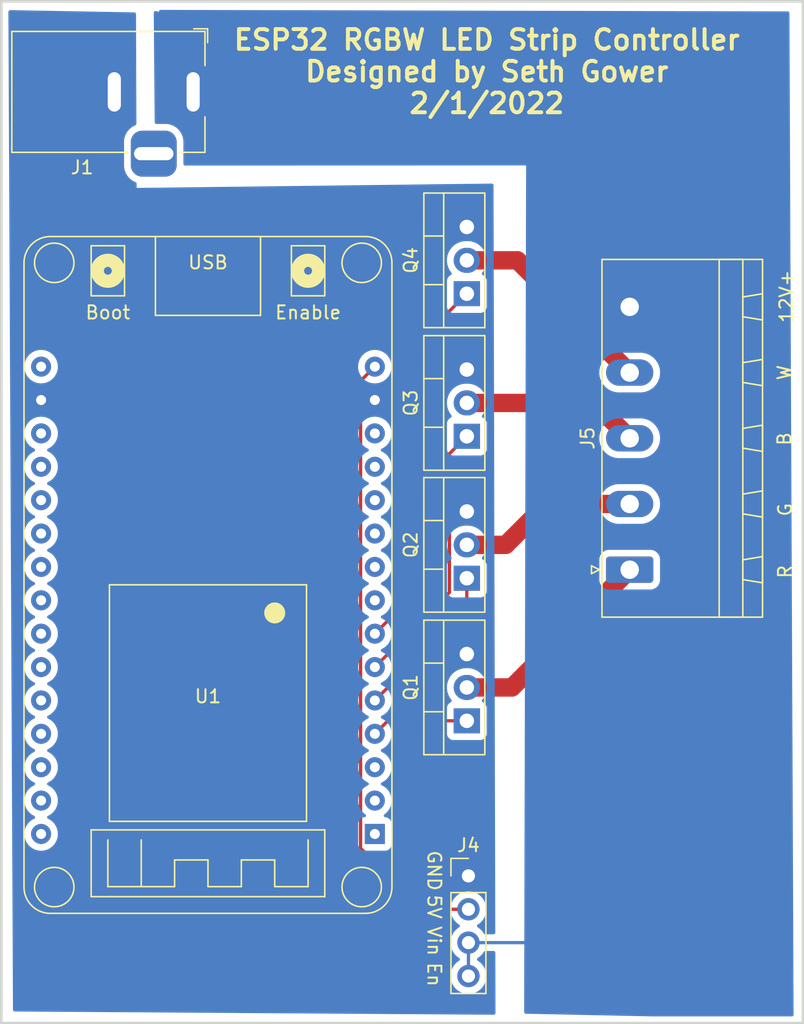
<source format=kicad_pcb>
(kicad_pcb (version 20211014) (generator pcbnew)
  (layers (0 "F.Cu" signal) (31 "B.Cu" signal) (34 "B.Paste" user) (35 "F.Paste" user) (36 "B.SilkS" user "B.Silkscreen") (37 "F.SilkS" user "F.Silkscreen") (38 "B.Mask" user) (39 "F.Mask" user) (44 "Edge.Cuts" user))
  (net 0 "")
  (net 1 "+12V")
  (net 2 "GND")
  (net 3 "+5V")
  (net 4 "LED_R")
  (net 5 "LED_G")
  (net 6 "LED_B")
  (net 7 "LED_W")
  (net 8 "/PWM_R")
  (net 9 "/PWM_G")
  (net 10 "/PWM_B")
  (net 11 "/PWM_W")
  (footprint "Connector_Phoenix_MSTB:PhoenixContact_MSTBA_2,5_5-G_1x05_P5.00mm_Horizontal" (layer "F.Cu") (at 155.7725 95.05 90)
    (fp_text reference "J5" (at 10 -3.2 90) (layer "F.SilkS"))
    (fp_text value "Screw_Terminal_01x05")
    (fp_line (start 4 10.11) (end 6 10.11) (layer "F.SilkS") (width 0.12))
    (fp_line (start 14 10.11) (end 16 10.11) (layer "F.SilkS") (width 0.12))
    (fp_line (start 9 10.11) (end 11 10.11) (layer "F.SilkS") (width 0.12))
    (fp_line (start 15.75 8.61) (end 14.25 8.61) (layer "F.SilkS") (width 0.12))
    (fp_line (start 20.75 8.61) (end 19.25 8.61) (layer "F.SilkS") (width 0.12))
    (fp_line (start 23.61 6.81) (end 23.61 8.61) (layer "F.SilkS") (width 0.12))
    (fp_line (start 6 10.11) (end 5.75 8.61) (layer "F.SilkS") (width 0.12))
    (fp_line (start 0.3 -2.91) (end 0 -2.31) (layer "F.SilkS") (width 0.12))
    (fp_line (start -0.75 8.61) (end -1 10.11) (layer "F.SilkS") (width 0.12))
    (fp_line (start 16 10.11) (end 15.75 8.61) (layer "F.SilkS") (width 0.12))
    (fp_line (start 5.75 8.61) (end 4.25 8.61) (layer "F.SilkS") (width 0.12))
    (fp_line (start 23.61 10.11) (end 23.61 -2.11) (layer "F.SilkS") (width 0.12))
    (fp_line (start 11 10.11) (end 10.75 8.61) (layer "F.SilkS") (width 0.12))
    (fp_line (start 4.25 8.61) (end 4 10.11) (layer "F.SilkS") (width 0.12))
    (fp_line (start -3.61 6.81) (end 23.61 6.81) (layer "F.SilkS") (width 0.12))
    (fp_line (start 23.61 -2.11) (end -3.61 -2.11) (layer "F.SilkS") (width 0.12))
    (fp_line (start 10.75 8.61) (end 9.25 8.61) (layer "F.SilkS") (width 0.12))
    (fp_line (start -3.61 8.61) (end -3.61 6.81) (layer "F.SilkS") (width 0.12))
    (fp_line (start 19 10.11) (end 21 10.11) (layer "F.SilkS") (width 0.12))
    (fp_line (start 0.75 8.61) (end -0.75 8.61) (layer "F.SilkS") (width 0.12))
    (fp_line (start 14.25 8.61) (end 14 10.11) (layer "F.SilkS") (width 0.12))
    (fp_line (start 19.25 8.61) (end 19 10.11) (layer "F.SilkS") (width 0.12))
    (fp_line (start 23.61 8.61) (end -3.61 8.61) (layer "F.SilkS") (width 0.12))
    (fp_line (start -1 10.11) (end 1 10.11) (layer "F.SilkS") (width 0.12))
    (fp_line (start -0.3 -2.91) (end 0.3 -2.91) (layer "F.SilkS") (width 0.12))
    (fp_line (start -3.61 -2.11) (end -3.61 10.11) (layer "F.SilkS") (width 0.12))
    (fp_line (start 9.25 8.61) (end 9 10.11) (layer "F.SilkS") (width 0.12))
    (fp_line (start 21 10.11) (end 20.75 8.61) (layer "F.SilkS") (width 0.12))
    (fp_line (start 0 -2.31) (end -0.3 -2.91) (layer "F.SilkS") (width 0.12))
    (fp_line (start 1 10.11) (end 0.75 8.61) (layer "F.SilkS") (width 0.12))
    (fp_line (start -3.61 10.11) (end 23.61 10.11) (layer "F.SilkS") (width 0.12))
    (pad "1" thru_hole roundrect locked (at 0 0 90) (size 2 3.6) (drill 1.4) (layers *.Cu *.Mask) (roundrect_rratio 0.125) (net 4 "LED_R"))
    (pad "2" thru_hole oval locked (at 5 0 90) (size 2 3.6) (drill 1.4) (layers *.Cu *.Mask) (net 5 "LED_G"))
    (pad "3" thru_hole oval locked (at 10 0 90) (size 2 3.6) (drill 1.4) (layers *.Cu *.Mask) (net 6 "LED_B"))
    (pad "4" thru_hole oval locked (at 15 0 90) (size 2 3.6) (drill 1.4) (layers *.Cu *.Mask) (net 7 "LED_W"))
    (pad "5" thru_hole oval locked (at 20 0 90) (size 2 3.6) (drill 1.4) (layers *.Cu *.Mask) (net 1 "+12V"))
  )
  (footprint "ESP32_DevKit_V1_DOIT:esp32_devkit_v1_doit" (layer "F.Cu") (at 123.6775 115.16 180)
    (fp_text reference "U1" (at 0 10.47) (layer "F.SilkS"))
    (fp_text value "ESP32_DevKit_V1_DOIT")
    (fp_text user "Enable" (at -7.62 39.68) (layer "F.SilkS"))
    (fp_text user "USB" (at 0 43.49) (layer "F.SilkS"))
    (fp_text user "Boot" (at 7.62 39.68) (layer "F.SilkS"))
    (fp_line (start -4 39.46) (end 4 39.46) (layer "F.SilkS") (width 0.12))
    (fp_line (start 0 -4.008) (end 0 -1.976) (layer "F.SilkS") (width 0.12))
    (fp_line (start -5.08 -1.976) (end -2.54 -1.976) (layer "F.SilkS") (width 0.12))
    (fp_line (start -8.89 40.95) (end -6.35 40.95) (layer "F.SilkS") (width 0.12))
    (fp_line (start 8.89 40.95) (end 8.89 44.76) (layer "F.SilkS") (width 0.12))
    (fp_line (start 2.54 -4.008) (end 7.62 -4.008) (layer "F.SilkS") (width 0.12))
    (fp_line (start 6.35 44.76) (end 6.35 40.95) (layer "F.SilkS") (width 0.12))
    (fp_line (start 14 43.46) (end 14 -4.04) (layer "F.SilkS") (width 0.12))
    (fp_line (start 7.5 18.96) (end -7.5 18.96) (layer "F.SilkS") (width 0.12))
    (fp_line (start -7.62 -4.008) (end -5.08 -4.008) (layer "F.SilkS") (width 0.12))
    (fp_line (start -6.35 40.95) (end -6.35 44.76) (layer "F.SilkS") (width 0.12))
    (fp_line (start -2.54 -1.976) (end -2.54 -4.008) (layer "F.SilkS") (width 0.12))
    (fp_line (start -8.89 0.31) (end -8.89 -4.77) (layer "F.SilkS") (width 0.12))
    (fp_line (start 0 -1.976) (end 2.54 -1.976) (layer "F.SilkS") (width 0.12))
    (fp_line (start -7.5 18.96) (end -7.5 0.96) (layer "F.SilkS") (width 0.12))
    (fp_line (start -4 39.46) (end -4 45.46) (layer "F.SilkS") (width 0.12))
    (fp_line (start 8.89 -4.77) (end 8.89 0.31) (layer "F.SilkS") (width 0.12))
    (fp_line (start 7.62 -4.008) (end 7.62 -0.452) (layer "F.SilkS") (width 0.12))
    (fp_line (start -14 -4.04) (end -14 43.46) (layer "F.SilkS") (width 0.12))
    (fp_line (start 2.54 -1.976) (end 2.54 -4.008) (layer "F.SilkS") (width 0.12))
    (fp_line (start -8.89 -4.77) (end 8.89 -4.77) (layer "F.SilkS") (width 0.12))
    (fp_line (start 7.5 0.96) (end 7.5 18.96) (layer "F.SilkS") (width 0.12))
    (fp_line (start 4 39.46) (end 4 45.46) (layer "F.SilkS") (width 0.12))
    (fp_line (start -6.35 44.76) (end -8.89 44.76) (layer "F.SilkS") (width 0.12))
    (fp_line (start -7.62 -0.452) (end -7.62 -4.008) (layer "F.SilkS") (width 0.12))
    (fp_line (start -2.54 -4.008) (end 0 -4.008) (layer "F.SilkS") (width 0.12))
    (fp_line (start 8.89 0.31) (end -8.89 0.31) (layer "F.SilkS") (width 0.12))
    (fp_line (start -8.89 44.76) (end -8.89 40.95) (layer "F.SilkS") (width 0.12))
    (fp_line (start -12 45.46) (end 12 45.46) (layer "F.SilkS") (width 0.12))
    (fp_line (start -12 -6.04) (end 12 -6.04) (layer "F.SilkS") (width 0.12))
    (fp_line (start 8.89 44.76) (end 6.35 44.76) (layer "F.SilkS") (width 0.12))
    (fp_line (start -7.5 0.96) (end 7.5 0.96) (layer "F.SilkS") (width 0.12))
    (fp_line (start -5.08 -4.008) (end -5.08 -1.976) (layer "F.SilkS") (width 0.12))
    (fp_line (start 5.08 -4.008) (end 5.08 -0.452) (layer "F.SilkS") (width 0.12))
    (fp_line (start 6.35 40.95) (end 8.89 40.95) (layer "F.SilkS") (width 0.12))
    (fp_arc (start -12 45.46) (mid -13.414214 44.874214) (end -14 43.46) (layer "F.SilkS") (width 0.12))
    (fp_arc (start 14 43.46) (mid 13.414214 44.874214) (end 12 45.46) (layer "F.SilkS") (width 0.12))
    (fp_arc (start 12 -6.04) (mid 13.414214 -5.454214) (end 14 -4.04) (layer "F.SilkS") (width 0.12))
    (fp_arc (start -14 -4.04) (mid -13.414214 -5.454214) (end -12 -6.04) (layer "F.SilkS") (width 0.12))
    (fp_circle (center -5.08 16.82) (end -4.68 16.82) (layer "F.SilkS") (width 0.8) (fill none))
    (fp_circle (center 11.7 -4.04) (end 13.2 -4.04) (layer "F.SilkS") (width 0.12) (fill none))
    (fp_circle (center -11.7 43.46) (end -10.2 43.46) (layer "F.SilkS") (width 0.12) (fill none))
    (fp_circle (center -11.7 -4.04) (end -10.2 -4.04) (layer "F.SilkS") (width 0.12) (fill none))
    (fp_circle (center 7.62 42.855) (end 7.92 42.855) (layer "F.SilkS") (width 1) (fill none))
    (fp_circle (center -7.62 42.855) (end -7.32 42.855) (layer "F.SilkS") (width 1) (fill none))
    (fp_circle (center 11.7 43.46) (end 13.2 43.46) (layer "F.SilkS") (width 0.12) (fill none))
    (pad "1" thru_hole rect locked (at -12.7 0 180) (size 1.524 1.524) (drill 0.762) (layers *.Cu *.Mask))
    (pad "2" thru_hole circle locked (at -12.7 2.54 180) (size 1.524 1.524) (drill 0.762) (layers *.Cu *.Mask))
    (pad "3" thru_hole circle locked (at -12.7 5.08 180) (size 1.524 1.524) (drill 0.762) (layers *.Cu *.Mask))
    (pad "4" thru_hole circle locked (at -12.7 7.62 180) (size 1.524 1.524) (drill 0.762) (layers *.Cu *.Mask) (net 8 "/PWM_R"))
    (pad "5" thru_hole circle locked (at -12.7 10.16 180) (size 1.524 1.524) (drill 0.762) (layers *.Cu *.Mask) (net 9 "/PWM_G"))
    (pad "6" thru_hole circle locked (at -12.7 12.7 180) (size 1.524 1.524) (drill 0.762) (layers *.Cu *.Mask) (net 10 "/PWM_B"))
    (pad "7" thru_hole circle locked (at -12.7 15.24 180) (size 1.524 1.524) (drill 0.762) (layers *.Cu *.Mask) (net 11 "/PWM_W"))
    (pad "8" thru_hole circle locked (at -12.7 17.78 180) (size 1.524 1.524) (drill 0.762) (layers *.Cu *.Mask))
    (pad "9" thru_hole circle locked (at -12.7 20.32 180) (size 1.524 1.524) (drill 0.762) (layers *.Cu *.Mask))
    (pad "10" thru_hole circle locked (at -12.7 22.86 180) (size 1.524 1.524) (drill 0.762) (layers *.Cu *.Mask))
    (pad "11" thru_hole circle locked (at -12.7 25.4 180) (size 1.524 1.524) (drill 0.762) (layers *.Cu *.Mask))
    (pad "12" thru_hole circle locked (at -12.7 27.94 180) (size 1.524 1.524) (drill 0.762) (layers *.Cu *.Mask))
    (pad "13" thru_hole circle locked (at -12.7 30.48 180) (size 1.524 1.524) (drill 0.762) (layers *.Cu *.Mask))
    (pad "14" thru_hole circle locked (at -12.7 33.02 180) (size 1.524 1.524) (drill 0.762) (layers *.Cu *.Mask) (net 2 "GND"))
    (pad "15" thru_hole circle locked (at -12.7 35.56 180) (size 1.524 1.524) (drill 0.762) (layers *.Cu *.Mask) (net 3 "+5V"))
    (pad "16" thru_hole circle locked (at 12.7 35.56 180) (size 1.524 1.524) (drill 0.762) (layers *.Cu *.Mask))
    (pad "17" thru_hole circle locked (at 12.7 33.02 180) (size 1.524 1.524) (drill 0.762) (layers *.Cu *.Mask) (net 2 "GND"))
    (pad "18" thru_hole circle locked (at 12.7 30.48 180) (size 1.524 1.524) (drill 0.762) (layers *.Cu *.Mask))
    (pad "19" thru_hole circle locked (at 12.7 27.94 180) (size 1.524 1.524) (drill 0.762) (layers *.Cu *.Mask))
    (pad "20" thru_hole circle locked (at 12.7 25.4 180) (size 1.524 1.524) (drill 0.762) (layers *.Cu *.Mask))
    (pad "21" thru_hole circle locked (at 12.7 22.86 180) (size 1.524 1.524) (drill 0.762) (layers *.Cu *.Mask))
    (pad "22" thru_hole circle locked (at 12.7 20.32 180) (size 1.524 1.524) (drill 0.762) (layers *.Cu *.Mask))
    (pad "23" thru_hole circle locked (at 12.7 17.78 180) (size 1.524 1.524) (drill 0.762) (layers *.Cu *.Mask))
    (pad "24" thru_hole circle locked (at 12.7 15.24 180) (size 1.524 1.524) (drill 0.762) (layers *.Cu *.Mask))
    (pad "25" thru_hole circle locked (at 12.7 12.7 180) (size 1.524 1.524) (drill 0.762) (layers *.Cu *.Mask))
    (pad "26" thru_hole circle locked (at 12.7 10.16 180) (size 1.524 1.524) (drill 0.762) (layers *.Cu *.Mask))
    (pad "27" thru_hole circle locked (at 12.7 7.62 180) (size 1.524 1.524) (drill 0.762) (layers *.Cu *.Mask))
    (pad "28" thru_hole circle locked (at 12.7 5.08 180) (size 1.524 1.524) (drill 0.762) (layers *.Cu *.Mask))
    (pad "29" thru_hole circle locked (at 12.7 2.54 180) (size 1.524 1.524) (drill 0.762) (layers *.Cu *.Mask))
    (pad "30" thru_hole circle locked (at 12.7 0 180) (size 1.524 1.524) (drill 0.762) (layers *.Cu *.Mask))
  )
  (footprint "Connector_PinHeader_2.54mm:PinHeader_1x04_P2.54mm_Vertical" (layer "F.Cu") (at 143.5 118.35)
    (fp_text reference "J4" (at 0 -2.33) (layer "F.SilkS"))
    (fp_text value "Conn_01x04_Male")
    (fp_line (start -1.33 -1.33) (end 0 -1.33) (layer "F.SilkS") (width 0.12))
    (fp_line (start -1.33 1.27) (end -1.33 8.95) (layer "F.SilkS") (width 0.12))
    (fp_line (start 1.33 1.27) (end 1.33 8.95) (layer "F.SilkS") (width 0.12))
    (fp_line (start -1.33 1.27) (end 1.33 1.27) (layer "F.SilkS") (width 0.12))
    (fp_line (start -1.33 0) (end -1.33 -1.33) (layer "F.SilkS") (width 0.12))
    (fp_line (start -1.33 8.95) (end 1.33 8.95) (layer "F.SilkS") (width 0.12))
    (pad "1" thru_hole rect locked (at 0 0) (size 1.7 1.7) (drill 1) (layers *.Cu *.Mask) (net 2 "GND"))
    (pad "2" thru_hole oval locked (at 0 2.54) (size 1.7 1.7) (drill 1) (layers *.Cu *.Mask) (net 3 "+5V"))
    (pad "3" thru_hole oval locked (at 0 5.08) (size 1.7 1.7) (drill 1) (layers *.Cu *.Mask) (net 1 "+12V"))
    (pad "4" thru_hole oval locked (at 0 7.62) (size 1.7 1.7) (drill 1) (layers *.Cu *.Mask) (net 1 "+12V"))
  )
  (footprint "Package_TO_SOT_THT:TO-220-3_Vertical" (layer "F.Cu") (at 143.3775 84.9 90)
    (fp_text reference "Q3" (at 2.54 -4.27 90) (layer "F.SilkS"))
    (fp_text value "IRLB8721PBF")
    (fp_line (start 7.66 -3.27) (end 7.66 1.371) (layer "F.SilkS") (width 0.12))
    (fp_line (start -2.58 -3.27) (end 7.66 -3.27) (layer "F.SilkS") (width 0.12))
    (fp_line (start -2.58 -3.27) (end -2.58 1.371) (layer "F.SilkS") (width 0.12))
    (fp_line (start 4.391 -3.27) (end 4.391 -1.76) (layer "F.SilkS") (width 0.12))
    (fp_line (start -2.58 -1.76) (end 7.66 -1.76) (layer "F.SilkS") (width 0.12))
    (fp_line (start -2.58 1.371) (end 7.66 1.371) (layer "F.SilkS") (width 0.12))
    (fp_line (start 0.69 -3.27) (end 0.69 -1.76) (layer "F.SilkS") (width 0.12))
    (pad "1" thru_hole rect locked (at 0 0 90) (size 1.905 2) (drill 1.1) (layers *.Cu *.Mask) (net 10 "/PWM_B"))
    (pad "2" thru_hole oval locked (at 2.54 0 90) (size 1.905 2) (drill 1.1) (layers *.Cu *.Mask) (net 6 "LED_B"))
    (pad "3" thru_hole oval locked (at 5.08 0 90) (size 1.905 2) (drill 1.1) (layers *.Cu *.Mask) (net 2 "GND"))
  )
  (footprint "Package_TO_SOT_THT:TO-220-3_Vertical" (layer "F.Cu") (at 143.3775 106.55 90)
    (fp_text reference "Q1" (at 2.54 -4.27 90) (layer "F.SilkS"))
    (fp_text value "IRLB8721PBF")
    (fp_line (start 4.391 -3.27) (end 4.391 -1.76) (layer "F.SilkS") (width 0.12))
    (fp_line (start 0.69 -3.27) (end 0.69 -1.76) (layer "F.SilkS") (width 0.12))
    (fp_line (start -2.58 1.371) (end 7.66 1.371) (layer "F.SilkS") (width 0.12))
    (fp_line (start -2.58 -1.76) (end 7.66 -1.76) (layer "F.SilkS") (width 0.12))
    (fp_line (start -2.58 -3.27) (end 7.66 -3.27) (layer "F.SilkS") (width 0.12))
    (fp_line (start -2.58 -3.27) (end -2.58 1.371) (layer "F.SilkS") (width 0.12))
    (fp_line (start 7.66 -3.27) (end 7.66 1.371) (layer "F.SilkS") (width 0.12))
    (pad "1" thru_hole rect locked (at 0 0 90) (size 1.905 2) (drill 1.1) (layers *.Cu *.Mask) (net 8 "/PWM_R"))
    (pad "2" thru_hole oval locked (at 2.54 0 90) (size 1.905 2) (drill 1.1) (layers *.Cu *.Mask) (net 4 "LED_R"))
    (pad "3" thru_hole oval locked (at 5.08 0 90) (size 1.905 2) (drill 1.1) (layers *.Cu *.Mask) (net 2 "GND"))
  )
  (footprint "Connector_BarrelJack:BarrelJack_Horizontal" (layer "F.Cu") (at 122.55 58.6925)
    (fp_text reference "J1" (at -8.45 5.75) (layer "F.SilkS"))
    (fp_text value "Conn_Coaxial_Power")
    (fp_line (start 0.05 -4.8) (end 1.1 -4.8) (layer "F.SilkS") (width 0.12))
    (fp_line (start 1.1 -3.75) (end 1.1 -4.8) (layer "F.SilkS") (width 0.12))
    (fp_line (start -5 4.6) (end -13.8 4.6) (layer "F.SilkS") (width 0.12))
    (fp_line (start 0.9 1.9) (end 0.9 4.6) (layer "F.SilkS") (width 0.12))
    (fp_line (start -13.8 -4.6) (end 0.9 -4.6) (layer "F.SilkS") (width 0.12))
    (fp_line (start 0.9 -4.6) (end 0.9 -2) (layer "F.SilkS") (width 0.12))
    (fp_line (start -13.8 4.6) (end -13.8 -4.6) (layer "F.SilkS") (width 0.12))
    (fp_line (start 0.9 4.6) (end -1 4.6) (layer "F.SilkS") (width 0.12))
    (pad "1" thru_hole rect locked (at 0 0) (size 3.5 3.5) (drill oval 1 3) (layers *.Cu *.Mask) (net 1 "+12V"))
    (pad "2" thru_hole roundrect locked (at -6 0) (size 3 3.5) (drill oval 1 3) (layers *.Cu *.Mask) (net 2 "GND"))
    (pad "3" thru_hole roundrect locked (at -3 4.7) (size 3.5 3.5) (drill oval 3 1) (layers *.Cu *.Mask))
  )
  (footprint "Package_TO_SOT_THT:TO-220-3_Vertical" (layer "F.Cu") (at 143.3775 74.05 90)
    (fp_text reference "Q4" (at 2.54 -4.27 90) (layer "F.SilkS"))
    (fp_text value "IRLB8721PBF")
    (fp_line (start 4.391 -3.27) (end 4.391 -1.76) (layer "F.SilkS") (width 0.12))
    (fp_line (start -2.58 -1.76) (end 7.66 -1.76) (layer "F.SilkS") (width 0.12))
    (fp_line (start -2.58 -3.27) (end -2.58 1.371) (layer "F.SilkS") (width 0.12))
    (fp_line (start 7.66 -3.27) (end 7.66 1.371) (layer "F.SilkS") (width 0.12))
    (fp_line (start 0.69 -3.27) (end 0.69 -1.76) (layer "F.SilkS") (width 0.12))
    (fp_line (start -2.58 1.371) (end 7.66 1.371) (layer "F.SilkS") (width 0.12))
    (fp_line (start -2.58 -3.27) (end 7.66 -3.27) (layer "F.SilkS") (width 0.12))
    (pad "1" thru_hole rect locked (at 0 0 90) (size 1.905 2) (drill 1.1) (layers *.Cu *.Mask) (net 11 "/PWM_W"))
    (pad "2" thru_hole oval locked (at 2.54 0 90) (size 1.905 2) (drill 1.1) (layers *.Cu *.Mask) (net 7 "LED_W"))
    (pad "3" thru_hole oval locked (at 5.08 0 90) (size 1.905 2) (drill 1.1) (layers *.Cu *.Mask) (net 2 "GND"))
  )
  (footprint "Package_TO_SOT_THT:TO-220-3_Vertical" (layer "F.Cu") (at 143.3775 95.7 90)
    (fp_text reference "Q2" (at 2.54 -4.27 90) (layer "F.SilkS"))
    (fp_text value "IRLB8721PBF")
    (fp_line (start -2.58 -3.27) (end 7.66 -3.27) (layer "F.SilkS") (width 0.12))
    (fp_line (start -2.58 -1.76) (end 7.66 -1.76) (layer "F.SilkS") (width 0.12))
    (fp_line (start 7.66 -3.27) (end 7.66 1.371) (layer "F.SilkS") (width 0.12))
    (fp_line (start 0.69 -3.27) (end 0.69 -1.76) (layer "F.SilkS") (width 0.12))
    (fp_line (start -2.58 -3.27) (end -2.58 1.371) (layer "F.SilkS") (width 0.12))
    (fp_line (start -2.58 1.371) (end 7.66 1.371) (layer "F.SilkS") (width 0.12))
    (fp_line (start 4.391 -3.27) (end 4.391 -1.76) (layer "F.SilkS") (width 0.12))
    (pad "1" thru_hole rect locked (at 0 0 90) (size 1.905 2) (drill 1.1) (layers *.Cu *.Mask) (net 9 "/PWM_G"))
    (pad "2" thru_hole oval locked (at 2.54 0 90) (size 1.905 2) (drill 1.1) (layers *.Cu *.Mask) (net 5 "LED_G"))
    (pad "3" thru_hole oval locked (at 5.08 0 90) (size 1.905 2) (drill 1.1) (layers *.Cu *.Mask) (net 2 "GND"))
  )
  (gr_rect (start 168.95 129.55) (end 107.95 51.8) (layer "Edge.Cuts") (width 0.2) (fill none))
  (gr_text "W" (at 167.55 80.05 90) (layer "F.SilkS") (effects (font (size 1 1))))
  (gr_text "Vin" (at 140.9 123.3 270) (layer "F.SilkS") (effects (font (size 1 1))))
  (gr_text "12V+" (at 167.7 74.25 90) (layer "F.SilkS") (effects (font (size 1 1))))
  (gr_text "ESP32 RGBW LED Strip Controller\nDesigned by Seth Gower\n2/1/2022" (at 144.9 57.15) (layer "F.SilkS") (effects (font (size 1.5 1.5) (thickness 0.3))))
  (gr_text "En" (at 140.9 125.85 270) (layer "F.SilkS") (effects (font (size 1 1))))
  (gr_text "G" (at 167.6 90.485712 90) (layer "F.SilkS") (effects (font (size 1 1))))
  (gr_text "B" (at 167.55 85.1 90) (layer "F.SilkS") (effects (font (size 1 1))))
  (gr_text "GND" (at 140.9 117.95 270) (layer "F.SilkS") (effects (font (size 1 1))))
  (gr_text "5V" (at 140.9 120.7 270) (layer "F.SilkS") (effects (font (size 1 1))))
  (gr_text "R" (at 167.6 95.2 90) (layer "F.SilkS") (effects (font (size 1 1))))
  (segment (start 143.5 123.43) (end 149.32 123.43) (width 0.25) (layer "B.Cu") (net 1))
  (segment (start 143.5 123.43) (end 143.5 125.97) (width 0.25) (layer "B.Cu") (net 1))
  (segment (start 135.290989 116.246511) (end 135.290989 80.686511) (width 0.25) (layer "F.Cu") (net 3))
  (segment (start 143.5 120.89) (end 139.934478 120.89) (width 0.25) (layer "F.Cu") (net 3))
  (segment (start 135.290989 80.686511) (end 136.3775 79.6) (width 0.25) (layer "F.Cu") (net 3))
  (segment (start 139.934478 120.89) (end 135.290989 116.246511) (width 0.25) (layer "F.Cu") (net 3))
  (segment (start 146.8125 104.01) (end 155.7725 95.05) (width 1.4) (layer "F.Cu") (net 4))
  (segment (start 143.3775 104.01) (end 146.8125 104.01) (width 1.4) (layer "F.Cu") (net 4))
  (segment (start 149.45 90.05) (end 155.7725 90.05) (width 1.4) (layer "F.Cu") (net 5))
  (segment (start 146.34 93.16) (end 149.45 90.05) (width 1.4) (layer "F.Cu") (net 5))
  (segment (start 143.3775 93.16) (end 146.34 93.16) (width 1.4) (layer "F.Cu") (net 5))
  (segment (start 153.0825 82.36) (end 155.7725 85.05) (width 1.4) (layer "F.Cu") (net 6))
  (segment (start 143.3775 82.36) (end 153.0825 82.36) (width 1.4) (layer "F.Cu") (net 6))
  (segment (start 143.3775 71.51) (end 147.2325 71.51) (width 1.4) (layer "F.Cu") (net 7))
  (segment (start 147.2325 71.51) (end 155.7725 80.05) (width 1.4) (layer "F.Cu") (net 7))
  (segment (start 143.3775 106.55) (end 137.3675 106.55) (width 0.25) (layer "F.Cu") (net 8))
  (segment (start 137.3675 106.55) (end 136.3775 107.54) (width 0.25) (layer "F.Cu") (net 8))
  (segment (start 143.3775 98) (end 136.3775 105) (width 0.25) (layer "F.Cu") (net 9))
  (segment (start 143.3775 95.7) (end 143.3775 98) (width 0.25) (layer "F.Cu") (net 9))
  (segment (start 143.3775 84.9) (end 142.052989 86.224511) (width 0.25) (layer "F.Cu") (net 10))
  (segment (start 142.052989 86.224511) (end 142.052989 96.784511) (width 0.25) (layer "F.Cu") (net 10))
  (segment (start 142.052989 96.784511) (end 136.3775 102.46) (width 0.25) (layer "F.Cu") (net 10))
  (segment (start 141.603469 94.694031) (end 136.3775 99.92) (width 0.25) (layer "F.Cu") (net 11))
  (segment (start 143.3775 74.05) (end 141.603469 75.824031) (width 0.25) (layer "F.Cu") (net 11))
  (segment (start 141.603469 75.824031) (end 141.603469 94.694031) (width 0.25) (layer "F.Cu") (net 11))
  (zone (net 1) (net_name "+12V") (layer "B.Cu") (connect_pads yes (clearance 0.508)) (min_thickness 0.254) (fill yes (thermal_gap 0.508) (thermal_bridge_width 0.508))
    (polygon (pts (xy 167.928929 52.568563) (xy 168.246913 129.264525) (xy 147.739069 128.837542) (xy 147.889069 64.287542) (xy 119.65 64.3) (xy 119.55 52.5) (xy 119.95 52.6) (xy 119.55 52.45)))
  )
  (zone (net 2) (net_name "GND") (layer "B.Cu") (connect_pads yes (clearance 0.508)) (min_thickness 0.254) (fill yes (thermal_gap 0.508) (thermal_bridge_width 0.508))
    (polygon (pts (xy 118.45 52.65) (xy 118.2 52.7) (xy 118.25 66) (xy 145.410114 65.66646) (xy 145.560114 128.91646) (xy 108.837912 128.667739) (xy 108.487912 52.467739)))
  )
)
</source>
